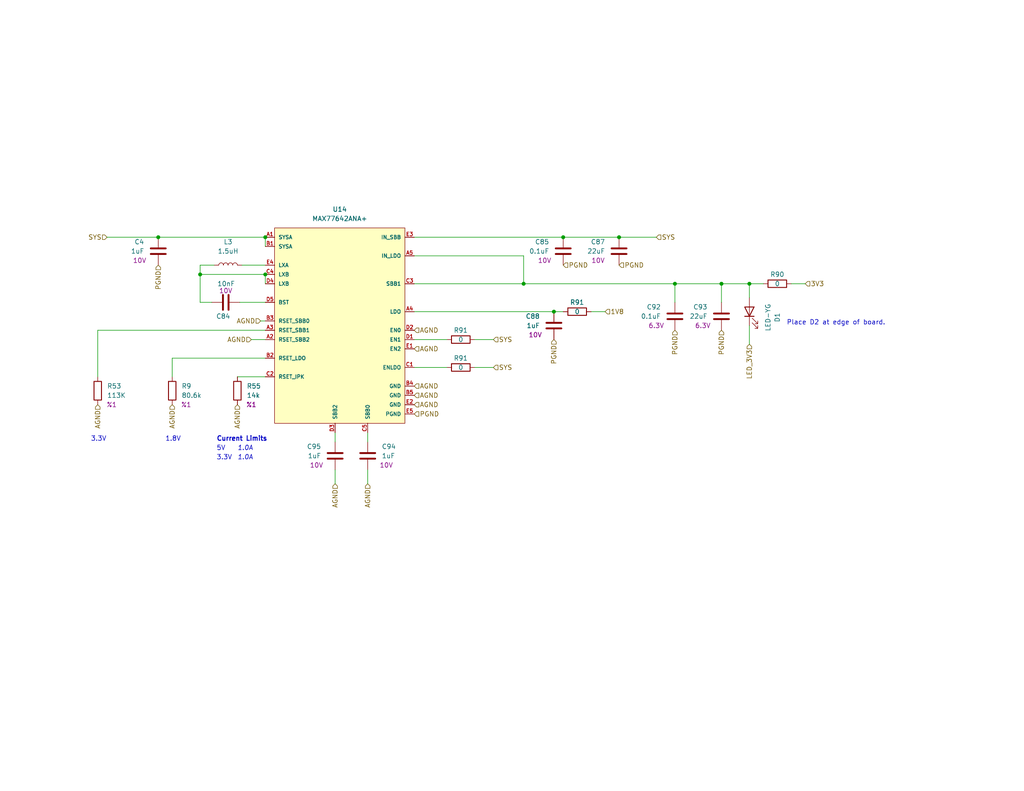
<source format=kicad_sch>
(kicad_sch (version 20230121) (generator eeschema)
  (paper "A")
  (lib_symbols
    (symbol "Device:R" (pin_numbers hide) (pin_names (offset 0))
      (property "Reference" "R" (at 2.032 0 90))
      (property "Value" "R" (at 0 0 90))
      (symbol "R_0_1"
        (rectangle (start -1.016 -2.54) (end 1.016 2.54) (stroke (width 0.254)))
      )
      (symbol "R_1_1"
        (pin passive line (at 0 3.81 270) (length 1.27) (name "~") (number "1"))
        (pin passive line (at 0 -3.81 90) (length 1.27) (name "~") (number "2"))
      )
    )
    (symbol "robot:C" (pin_numbers hide) (pin_names (offset 0.254))
      (property "Reference" "C" (at 0.635 2.54 0))
      (property "Value" "C" (at 0.635 -2.54 0))
      (symbol "C_0_1"
        (polyline (pts (xy -2.032 -0.762) (xy 2.032 -0.762)) (stroke (width 0.508)))
        (polyline (pts (xy -2.032 0.762) (xy 2.032 0.762)) (stroke (width 0.508)))
      )
      (symbol "C_1_1"
        (pin passive line (at 0 3.81 270) (length 2.794) (name "~") (number "1"))
        (pin passive line (at 0 -3.81 90) (length 2.794) (name "~") (number "2"))
      )
    )
    (symbol "robot:L" (pin_numbers hide) (pin_names (offset 1.016) hide)
      (property "Reference" "L" (at -1.27 0 90))
      (property "Value" "L" (at 1.905 0 90))
      (symbol "L_0_1"
        (arc (start 0 -2.54) (mid 0.6323 -1.905) (end 0 -1.27))
        (arc (start 0 -1.27) (mid 0.6323 -0.635) (end 0 0))
        (arc (start 0 0) (mid 0.6323 0.635) (end 0 1.27))
        (arc (start 0 1.27) (mid 0.6323 1.905) (end 0 2.54))
      )
      (symbol "L_1_1"
        (pin passive line (at 0 3.81 270) (length 1.27) (name "1") (number "1"))
        (pin passive line (at 0 -3.81 90) (length 1.27) (name "2") (number "2"))
      )
    )
    (symbol "robot:LED" (pin_numbers hide) (pin_names (offset 1.016) hide)
      (property "Reference" "D" (at 0 2.54 0))
      (property "Value" "LED" (at 0 -2.54 0))
      (symbol "LED_0_1"
        (polyline (pts (xy -1.27 -1.27) (xy -1.27 1.27)) (stroke (width 0.254)))
        (polyline (pts (xy -1.27 0) (xy 1.27 0)))
        (polyline (pts (xy 1.27 -1.27) (xy 1.27 1.27) (xy -1.27 0) (xy 1.27 -1.27)) (stroke (width 0.254)))
        (polyline (pts (xy -3.048 -0.762) (xy -4.572 -2.286) (xy -3.81 -2.286) (xy -4.572 -2.286) (xy -4.572 -1.524)))
        (polyline (pts (xy -1.778 -0.762) (xy -3.302 -2.286) (xy -2.54 -2.286) (xy -3.302 -2.286) (xy -3.302 -1.524)))
      )
      (symbol "LED_1_1"
        (pin passive line (at -3.81 0 0) (length 2.54) (name "K") (number "1"))
        (pin passive line (at 3.81 0 180) (length 2.54) (name "A") (number "2"))
      )
    )
    (symbol "robot:MAX77642ANA+" (pin_names (offset 1.016))
      (property "Reference" "U14" (at 22.86 7.62 0))
      (property "Value" "MAX77642ANA+" (at 22.86 5.08 0))
      (symbol "MAX77642ANA+_1_1"
        (rectangle (start 5.08 2.54) (end 40.64 -50.8) (fill (type background)))
        (pin power_in line (at 2.54 0 0) (length 2.54) (name "SYSA") (number "A1"))
        (pin input line (at 2.54 -27.94 0) (length 2.54) (name "RSET_SBB2") (number "A2"))
        (pin input line (at 2.54 -25.4 0) (length 2.54) (name "RSET_SBB1") (number "A3"))
        (pin power_out line (at 43.18 -20.32 180) (length 2.54) (name "LDO") (number "A4"))
        (pin power_in line (at 43.18 -5.08 180) (length 2.54) (name "IN_LDO") (number "A5"))
        (pin power_in line (at 2.54 -2.54 0) (length 2.54) (name "SYSA") (number "B1"))
        (pin input line (at 2.54 -33.02 0) (length 2.54) (name "RSET_LDO") (number "B2"))
        (pin input line (at 2.54 -22.86 0) (length 2.54) (name "RSET_SBB0") (number "B3"))
        (pin power_in line (at 43.18 -40.64 180) (length 2.54) (name "GND") (number "B4"))
        (pin power_in line (at 43.18 -43.18 180) (length 2.54) (name "GND") (number "B5"))
        (pin input line (at 43.18 -35.56 180) (length 2.54) (name "ENLDO") (number "C1"))
        (pin input line (at 2.54 -38.1 0) (length 2.54) (name "RSET_IPK") (number "C2"))
        (pin power_out line (at 43.18 -12.7 180) (length 2.54) (name "SBB1") (number "C3"))
        (pin passive line (at 2.54 -10.16 0) (length 2.54) (name "LXB") (number "C4"))
        (pin power_out line (at 30.48 -53.34 90) (length 2.54) (name "SBB0") (number "C5"))
        (pin input line (at 43.18 -27.94 180) (length 2.54) (name "EN1") (number "D1"))
        (pin input line (at 43.18 -25.4 180) (length 2.54) (name "EN0") (number "D2"))
        (pin power_out line (at 21.59 -53.34 90) (length 2.54) (name "SBB2") (number "D3"))
        (pin power_out line (at 2.54 -12.7 0) (length 2.54) (name "LXB") (number "D4"))
        (pin power_out line (at 2.54 -17.78 0) (length 2.54) (name "BST") (number "D5"))
        (pin input line (at 43.18 -30.48 180) (length 2.54) (name "EN2") (number "E1"))
        (pin power_in line (at 43.18 -45.72 180) (length 2.54) (name "GND") (number "E2"))
        (pin power_in line (at 43.18 0 180) (length 2.54) (name "IN_SBB") (number "E3"))
        (pin bidirectional line (at 2.54 -7.62 0) (length 2.54) (name "LXA") (number "E4"))
        (pin power_in line (at 43.18 -48.26 180) (length 2.54) (name "PGND") (number "E5"))
      )
    )
    (symbol "robot:R" (pin_numbers hide) (pin_names (offset 0))
      (property "Reference" "R" (at 2.032 0 90))
      (property "Value" "R" (at 0 0 90))
      (symbol "R_0_1"
        (rectangle (start -1.016 -2.54) (end 1.016 2.54) (stroke (width 0.254)))
      )
      (symbol "R_1_1"
        (pin passive line (at 0 3.81 270) (length 1.27) (name "~") (number "1"))
        (pin passive line (at 0 -3.81 90) (length 1.27) (name "~") (number "2"))
      )
    )
  )
  (junction (at 72.39 64.77))
  (junction (at 43.18 64.77))
  (junction (at 196.85 77.47))
  (junction (at 184.15 77.47))
  (junction (at 168.91 64.77))
  (junction (at 204.47 77.47))
  (junction (at 153.67 64.77))
  (junction (at 151.13 85.09))
  (junction (at 142.875 77.47))
  (junction (at 54.61 74.93))
  (junction (at 72.39 74.93))
  (wire (pts (xy 184.15 77.47) (xy 184.15 82.55)))
  (wire (pts (xy 129.54 92.71) (xy 134.62 92.71)))
  (wire (pts (xy 72.39 90.17) (xy 26.67 90.17)))
  (wire (pts (xy 168.91 64.77) (xy 179.07 64.77)))
  (wire (pts (xy 113.03 92.71) (xy 121.92 92.71)))
  (wire (pts (xy 184.15 77.47) (xy 196.85 77.47)))
  (wire (pts (xy 46.99 102.87) (xy 46.99 97.79)))
  (wire (pts (xy 68.58 92.71) (xy 72.39 92.71)))
  (wire (pts (xy 153.67 64.77) (xy 168.91 64.77)))
  (wire (pts (xy 100.33 118.11) (xy 100.33 120.65)))
  (wire (pts (xy 113.03 77.47) (xy 142.875 77.47)))
  (wire (pts (xy 113.03 69.85) (xy 142.875 69.85)))
  (wire (pts (xy 72.39 74.93) (xy 54.61 74.93)))
  (wire (pts (xy 142.875 69.85) (xy 142.875 77.47)))
  (wire (pts (xy 66.04 72.39) (xy 72.39 72.39)))
  (wire (pts (xy 113.03 100.33) (xy 121.92 100.33)))
  (wire (pts (xy 65.405 82.55) (xy 72.39 82.55)))
  (wire (pts (xy 43.18 64.77) (xy 72.39 64.77)))
  (wire (pts (xy 72.39 74.93) (xy 72.39 77.47)))
  (wire (pts (xy 91.44 118.11) (xy 91.44 120.65)))
  (wire (pts (xy 54.61 74.93) (xy 54.61 82.55)))
  (wire (pts (xy 46.99 97.79) (xy 72.39 97.79)))
  (wire (pts (xy 204.47 77.47) (xy 204.47 81.28)))
  (wire (pts (xy 57.785 82.55) (xy 54.61 82.55)))
  (wire (pts (xy 204.47 77.47) (xy 208.28 77.47)))
  (wire (pts (xy 113.03 85.09) (xy 151.13 85.09)))
  (wire (pts (xy 196.85 77.47) (xy 204.47 77.47)))
  (wire (pts (xy 204.47 88.9) (xy 204.47 93.98)))
  (wire (pts (xy 196.85 77.47) (xy 196.85 82.55)))
  (wire (pts (xy 215.9 77.47) (xy 219.71 77.47)))
  (wire (pts (xy 91.44 128.27) (xy 91.44 132.08)))
  (wire (pts (xy 71.12 87.63) (xy 72.39 87.63)))
  (wire (pts (xy 129.54 100.33) (xy 134.62 100.33)))
  (wire (pts (xy 151.13 85.09) (xy 153.67 85.09)))
  (wire (pts (xy 100.33 128.27) (xy 100.33 132.08)))
  (wire (pts (xy 72.39 64.77) (xy 72.39 67.31)))
  (wire (pts (xy 161.29 85.09) (xy 165.1 85.09)))
  (wire (pts (xy 54.61 74.93) (xy 54.61 72.39)))
  (wire (pts (xy 113.03 64.77) (xy 153.67 64.77)))
  (wire (pts (xy 29.21 64.77) (xy 43.18 64.77)))
  (wire (pts (xy 64.77 102.87) (xy 72.39 102.87)))
  (wire (pts (xy 54.61 72.39) (xy 58.42 72.39)))
  (wire (pts (xy 26.67 90.17) (xy 26.67 102.87)))
  (wire (pts (xy 142.875 77.47) (xy 184.15 77.47)))
  (text "3.3V" (at 59.055 125.73 0) (effects (font (size 1.27 1.27)) (justify left bottom)))
  (text "5V" (at 59.055 123.19 0) (effects (font (size 1.27 1.27)) (justify left bottom)))
  (text "3.3V" (at 24.765 120.65 0) (effects (font (size 1.27 1.27)) (justify left bottom)))
  (text "1.8V" (at 45.085 120.65 0) (effects (font (size 1.27 1.27)) (justify left bottom)))
  (text "Current Limits" (at 59.055 120.65 0) (effects (font (size 1.27 1.27) (thickness 0.254) bold) (justify left bottom)))
  (text "Place D2 at edge of board. \n" (at 214.63 88.9 0) (effects (font (size 1.27 1.27)) (justify left bottom)))
  (text "1.0A" (at 64.77 125.73 0) (effects (font (size 1.27 1.27) italic) (justify left bottom)))
  (text "1.0A" (at 64.77 123.19 0) (effects (font (size 1.27 1.27) italic) (justify left bottom)))
  (hierarchical_label "AGND" (shape input) (at 113.03 90.17 0))
  (hierarchical_label "PGND" (shape input) (at 113.03 113.03 0))
  (hierarchical_label "AGND" (shape input) (at 113.03 110.49 0))
  (hierarchical_label "SYS" (shape input) (at 29.21 64.77 180))
  (hierarchical_label "PGND" (shape input) (at 151.13 92.71 270))
  (hierarchical_label "AGND" (shape input) (at 91.44 132.08 270))
  (hierarchical_label "AGND" (shape input) (at 71.12 87.63 180))
  (hierarchical_label "AGND" (shape input) (at 68.58 92.71 180))
  (hierarchical_label "PGND" (shape input) (at 168.91 72.39 0))
  (hierarchical_label "AGND" (shape input) (at 64.77 110.49 270))
  (hierarchical_label "PGND" (shape input) (at 196.85 90.17 270))
  (hierarchical_label "PGND" (shape input) (at 43.18 72.39 270))
  (hierarchical_label "SYS" (shape input) (at 134.62 92.71 0))
  (hierarchical_label "SYS" (shape input) (at 134.62 100.33 0))
  (hierarchical_label "1V8" (shape input) (at 165.1 85.09 0))
  (hierarchical_label "LED_3V3" (shape input) (at 204.47 93.98 270))
  (hierarchical_label "AGND" (shape input) (at 113.03 107.95 0))
  (hierarchical_label "PGND" (shape input) (at 153.67 72.39 0))
  (hierarchical_label "AGND" (shape input) (at 46.99 110.49 270))
  (hierarchical_label "AGND" (shape input) (at 113.03 105.41 0))
  (hierarchical_label "AGND" (shape input) (at 100.33 132.08 270))
  (hierarchical_label "PGND" (shape input) (at 184.15 90.17 270))
  (hierarchical_label "3V3" (shape input) (at 219.71 77.47 0))
  (hierarchical_label "SYS" (shape input) (at 179.07 64.77 0))
  (hierarchical_label "AGND" (shape input) (at 113.03 95.25 0))
  (hierarchical_label "AGND" (shape input) (at 26.67 110.49 270))
  (symbol (lib_id "robot:R") (at 26.67 106.68 0) (unit 1)
    (property "Reference" "R53" (at 29.21 105.4099 0) (effects (justify left)))
    (property "Value" "113K" (at 29.21 107.9499 0) (effects (justify left)))
    (property "Footprint" "robot:R_0603_1608Metric" (effects hide))
    (property "Description" "%1" (at 30.48 110.49 0))
    (property "Manufacturer" "Stackpole Electronics" (effects hide))
    (property "Part Number" "RMCF0603FT113K" (effects hide))
  )
  (symbol (lib_id "robot:C") (at 196.85 86.36 0) (mirror y) (unit 1)
    (property "Reference" "C93" (at 193.04 83.8199 0) (effects (justify left)))
    (property "Value" "22uF" (at 193.04 86.3599 0) (effects (justify left)))
    (property "Footprint" "robot:C_0603_1608Metric" (effects hide))
    (property "Description" "6.3V" (at 191.77 88.9 0))
    (property "Manufacturer" "Murata" (effects hide))
    (property "Part Number" "GRM188R61A226ME15D" (effects hide))
  )
  (symbol (lib_id "robot:C") (at 151.13 88.9 0) (mirror y) (unit 1)
    (property "Reference" "C88" (at 147.32 86.3599 0) (effects (justify left)))
    (property "Value" "1uF" (at 147.32 88.8999 0) (effects (justify left)))
    (property "Footprint" "robot:C_0402_1005Metric" (effects hide))
    (property "Description" "10V" (at 146.05 91.44 0))
    (property "Manufacturer" "Murata" (effects hide))
    (property "Part Number" "GRM155R61E105KA12D" (effects hide))
  )
  (symbol (lib_id "Device:R") (at 125.73 100.33 90) (unit 1)
    (property "Reference" "R91" (at 125.73 97.79 90))
    (property "Value" "0" (at 125.73 100.33 90))
    (property "Footprint" "robot:R_0603_1608Metric" (effects hide))
    (property "Manufacturer" "Stackpole Electronics" (effects hide))
    (property "Part Number" "RMCF0603ZT0R00" (effects hide))
    (instances (project "robot" (path "" (reference "R91") (unit 1)) (path "" (reference "R93") (unit 1))))
  )
  (symbol (lib_id "robot:C") (at 91.44 124.46 0) (mirror y) (unit 1)
    (property "Reference" "C95" (at 87.63 121.9199 0) (effects (justify left)))
    (property "Value" "1uF" (at 87.63 124.4599 0) (effects (justify left)))
    (property "Footprint" "robot:C_0402_1005Metric" (effects hide))
    (property "Description" "10V" (at 86.36 127 0))
    (property "Manufacturer" "Murata" (effects hide))
    (property "Part Number" "GRM155R61E105KA12D" (effects hide))
  )
  (symbol (lib_id "robot:LED") (at 204.47 85.09 90) (unit 1)
    (property "Reference" "D1" (at 212.09 86.6775 0))
    (property "Value" "LED-YG" (at 209.55 86.6775 0))
    (property "Footprint" "robot:B12H1UYG-20D000134U1930" (effects hide))
    (property "Datasheet" "https://media.digikey.com/pdf/Data%20Sheets/Harvatek%20PDFs/B12H1UYG-20D000134U1930.pdf" (effects hide))
    (property "Part Number" "B12H1UYG-20D000134U1930" (effects hide))
    (property "Description" "LED for mounting through body to indicate POWER ON. Place near edge of board." (effects hide))
    (property "Manufacturer" "Harvatek Corporation" (effects hide))
    (instances (project "robot" (path "" (reference "D1") (unit 1)) (path "" (reference "D2") (unit 1)) (path "" (reference "D2") (unit 1))))
  )
  (symbol (lib_id "robot:R") (at 46.99 106.68 0) (unit 1)
    (property "Reference" "R9" (at 49.53 105.4099 0) (effects (justify left)))
    (property "Value" "80.6k" (at 49.53 107.9499 0) (effects (justify left)))
    (property "Footprint" "robot:R_0402_1005Metric" (effects hide))
    (property "Description" "%1" (at 50.8 110.49 0))
    (property "Manufacturer" "Stackpole Electronics" (effects hide))
    (property "Part Number" "RMCF0402FT80K6" (effects hide))
  )
  (symbol (lib_id "robot:C") (at 168.91 68.58 0) (mirror y) (unit 1)
    (property "Reference" "C87" (at 165.1 66.0399 0) (effects (justify left)))
    (property "Value" "22uF" (at 165.1 68.5799 0) (effects (justify left)))
    (property "Footprint" "robot:C_0603_1608Metric" (effects hide))
    (property "Description" "10V" (at 163.195 71.12 0))
    (property "Manufacturer" "Murata" (effects hide))
    (property "Part Number" "GRM188R61A226ME15D" (effects hide))
  )
  (symbol (lib_id "robot:L") (at 62.23 72.39 90) (unit 1)
    (property "Reference" "L3" (at 62.23 66.04 90))
    (property "Value" "1.5uH" (at 62.23 68.58 90))
    (property "Footprint" "robot:NRS6028T1R5NMGJ" (effects hide))
    (property "Datasheet" "https://www.mouser.jp/datasheet/2/396/wound04_e-1290968.pdf" (effects hide))
    (property "Part Number" "NRS6028T1R5NMGJ" (effects hide))
    (property "Description" "2.3A <72Ω" (effects hide))
    (property "Manufacturer" "TAIYO YUDEN" (effects hide))
  )
  (symbol (lib_id "Device:R") (at 212.09 77.47 90) (unit 1)
    (property "Reference" "R90" (at 212.09 74.93 90))
    (property "Value" "0" (at 212.09 77.47 90))
    (property "Footprint" "robot:R_0603_1608Metric" (effects hide))
    (property "Manufacturer" "Stackpole Electronics" (effects hide))
    (property "Part Number" "RMCF0603ZT0R00" (effects hide))
    (instances (project "robot" (path "" (reference "R90") (unit 1)) (path "" (reference "R94") (unit 1))))
  )
  (symbol (lib_id "robot:MAX77642ANA+") (at 69.85 64.77 0) (unit 1)
    (property "Reference" "U14" (at 92.71 57.15 0))
    (property "Value" "MAX77642ANA+" (at 92.71 59.69 0))
    (property "Footprint" "robot:Maxim-N252B2-1-0-A-MFG" (effects hide))
    (property "Datasheet" "https://datasheets.maximintegrated.com/en/ds/MAX77642-MAX77643.pdf" (effects hide))
    (property "Part Number" "MAX77642ANA+" (effects hide))
    (property "Manufacturer" "Maxim" (effects hide))
  )
  (symbol (lib_id "robot:C") (at 100.33 124.46 0) (unit 1)
    (property "Reference" "C94" (at 104.14 121.9199 0) (effects (justify left)))
    (property "Value" "1uF" (at 104.14 124.4599 0) (effects (justify left)))
    (property "Footprint" "robot:C_0402_1005Metric" (effects hide))
    (property "Description" "10V" (at 105.41 127 0))
    (property "Manufacturer" "Murata" (effects hide))
    (property "Part Number" "GRM155R61E105KA12D" (effects hide))
  )
  (symbol (lib_id "robot:C") (at 153.67 68.58 0) (mirror y) (unit 1)
    (property "Reference" "C85" (at 149.86 66.0399 0) (effects (justify left)))
    (property "Value" "0.1uF" (at 149.86 68.5799 0) (effects (justify left)))
    (property "Footprint" "robot:C_0402_1005Metric" (effects hide))
    (property "Description" "10V" (at 148.59 71.12 0))
    (property "Manufacturer" "Samsung" (effects hide))
    (property "Part Number" "CL05A104KA5NNNC" (effects hide))
  )
  (symbol (lib_id "Device:R") (at 125.73 92.71 90) (unit 1)
    (property "Reference" "R91" (at 125.73 90.17 90))
    (property "Value" "0" (at 125.73 92.71 90))
    (property "Footprint" "robot:R_0603_1608Metric" (effects hide))
    (property "Manufacturer" "Stackpole Electronics" (effects hide))
    (property "Part Number" "RMCF0603ZT0R00" (effects hide))
    (instances (project "robot" (path "" (reference "R91") (unit 1)) (path "" (reference "R92") (unit 1))))
  )
  (symbol (lib_id "Device:R") (at 157.48 85.09 90) (unit 1)
    (property "Reference" "R91" (at 157.48 82.55 90))
    (property "Value" "0" (at 157.48 85.09 90))
    (property "Footprint" "robot:R_0603_1608Metric" (effects hide))
    (property "Manufacturer" "Stackpole Electronics" (effects hide))
    (property "Part Number" "RMCF0603ZT0R00" (effects hide))
  )
  (symbol (lib_id "robot:C") (at 43.18 68.58 0) (mirror y) (unit 1)
    (property "Reference" "C4" (at 39.37 66.0399 0) (effects (justify left)))
    (property "Value" "1uF" (at 39.37 68.5799 0) (effects (justify left)))
    (property "Footprint" "robot:C_0402_1005Metric" (effects hide))
    (property "Description" "10V" (at 38.1 71.12 0))
    (property "Manufacturer" "Murata" (effects hide))
    (property "Part Number" "GRM155R61E105KA12D" (effects hide))
  )
  (symbol (lib_id "robot:C") (at 184.15 86.36 0) (mirror y) (unit 1)
    (property "Reference" "C92" (at 180.34 83.8199 0) (effects (justify left)))
    (property "Value" "0.1uF" (at 180.34 86.3599 0) (effects (justify left)))
    (property "Footprint" "robot:C_0402_1005Metric" (effects hide))
    (property "Description" "6.3V" (at 179.07 88.9 0))
    (property "Manufacturer" "Samsung" (effects hide))
    (property "Part Number" "CL05A104KA5NNNC" (effects hide))
  )
  (symbol (lib_id "robot:R") (at 64.77 106.68 0) (unit 1)
    (property "Reference" "R55" (at 67.31 105.4099 0) (effects (justify left)))
    (property "Value" "14k" (at 67.31 107.9499 0) (effects (justify left)))
    (property "Footprint" "robot:R_0603_1608Metric" (effects hide))
    (property "Description" "%1" (at 68.58 110.49 0))
    (property "Manufacturer" "Stackpole Electronics" (effects hide))
    (property "Part Number" "RMCF0603FT14K0" (effects hide))
  )
  (symbol (lib_id "robot:C") (at 61.595 82.55 90) (mirror x) (unit 1)
    (property "Reference" "C84" (at 62.865 86.36 90) (effects (justify left)))
    (property "Value" "10nF" (at 64.135 77.47 90) (effects (justify left)))
    (property "Footprint" "robot:C_0402_1005Metric" (effects hide))
    (property "Description" "10V" (at 61.595 79.375 90))
    (property "Manufacturer" "Samsung" (effects hide))
    (property "Part Number" "CL05B103KA5NNNC" (effects hide))
  )
)
</source>
